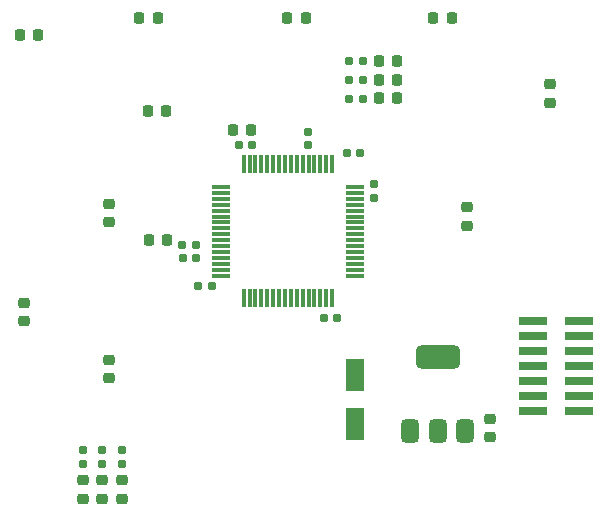
<source format=gbr>
%TF.GenerationSoftware,KiCad,Pcbnew,9.0.0-9.0.0-2~ubuntu24.04.1*%
%TF.CreationDate,2025-03-20T14:05:46+01:00*%
%TF.ProjectId,PCB_main_unit,5043425f-6d61-4696-9e5f-756e69742e6b,rev?*%
%TF.SameCoordinates,Original*%
%TF.FileFunction,Paste,Top*%
%TF.FilePolarity,Positive*%
%FSLAX46Y46*%
G04 Gerber Fmt 4.6, Leading zero omitted, Abs format (unit mm)*
G04 Created by KiCad (PCBNEW 9.0.0-9.0.0-2~ubuntu24.04.1) date 2025-03-20 14:05:46*
%MOMM*%
%LPD*%
G01*
G04 APERTURE LIST*
G04 Aperture macros list*
%AMRoundRect*
0 Rectangle with rounded corners*
0 $1 Rounding radius*
0 $2 $3 $4 $5 $6 $7 $8 $9 X,Y pos of 4 corners*
0 Add a 4 corners polygon primitive as box body*
4,1,4,$2,$3,$4,$5,$6,$7,$8,$9,$2,$3,0*
0 Add four circle primitives for the rounded corners*
1,1,$1+$1,$2,$3*
1,1,$1+$1,$4,$5*
1,1,$1+$1,$6,$7*
1,1,$1+$1,$8,$9*
0 Add four rect primitives between the rounded corners*
20,1,$1+$1,$2,$3,$4,$5,0*
20,1,$1+$1,$4,$5,$6,$7,0*
20,1,$1+$1,$6,$7,$8,$9,0*
20,1,$1+$1,$8,$9,$2,$3,0*%
G04 Aperture macros list end*
%ADD10RoundRect,0.155000X-0.212500X-0.155000X0.212500X-0.155000X0.212500X0.155000X-0.212500X0.155000X0*%
%ADD11RoundRect,0.225000X-0.225000X-0.250000X0.225000X-0.250000X0.225000X0.250000X-0.225000X0.250000X0*%
%ADD12RoundRect,0.218750X0.256250X-0.218750X0.256250X0.218750X-0.256250X0.218750X-0.256250X-0.218750X0*%
%ADD13RoundRect,0.155000X0.155000X-0.212500X0.155000X0.212500X-0.155000X0.212500X-0.155000X-0.212500X0*%
%ADD14RoundRect,0.155000X0.212500X0.155000X-0.212500X0.155000X-0.212500X-0.155000X0.212500X-0.155000X0*%
%ADD15RoundRect,0.250000X-0.550000X1.137500X-0.550000X-1.137500X0.550000X-1.137500X0.550000X1.137500X0*%
%ADD16RoundRect,0.225000X0.250000X-0.225000X0.250000X0.225000X-0.250000X0.225000X-0.250000X-0.225000X0*%
%ADD17RoundRect,0.225000X0.225000X0.250000X-0.225000X0.250000X-0.225000X-0.250000X0.225000X-0.250000X0*%
%ADD18RoundRect,0.375000X0.375000X-0.625000X0.375000X0.625000X-0.375000X0.625000X-0.375000X-0.625000X0*%
%ADD19RoundRect,0.500000X1.400000X-0.500000X1.400000X0.500000X-1.400000X0.500000X-1.400000X-0.500000X0*%
%ADD20RoundRect,0.075000X-0.075000X0.700000X-0.075000X-0.700000X0.075000X-0.700000X0.075000X0.700000X0*%
%ADD21RoundRect,0.075000X-0.700000X0.075000X-0.700000X-0.075000X0.700000X-0.075000X0.700000X0.075000X0*%
%ADD22RoundRect,0.218750X0.218750X0.256250X-0.218750X0.256250X-0.218750X-0.256250X0.218750X-0.256250X0*%
%ADD23RoundRect,0.160000X-0.160000X0.197500X-0.160000X-0.197500X0.160000X-0.197500X0.160000X0.197500X0*%
%ADD24RoundRect,0.225000X-0.250000X0.225000X-0.250000X-0.225000X0.250000X-0.225000X0.250000X0.225000X0*%
%ADD25RoundRect,0.160000X-0.197500X-0.160000X0.197500X-0.160000X0.197500X0.160000X-0.197500X0.160000X0*%
%ADD26R,2.400000X0.740000*%
G04 APERTURE END LIST*
D10*
%TO.C,C4*%
X143657500Y-101450000D03*
X144792500Y-101450000D03*
%TD*%
D11*
%TO.C,C20*%
X147787500Y-90700000D03*
X149337500Y-90700000D03*
%TD*%
D12*
%TO.C,D1*%
X133800000Y-131375000D03*
X133800000Y-129800000D03*
%TD*%
D13*
%TO.C,C8*%
X149525000Y-101450000D03*
X149525000Y-100315000D03*
%TD*%
D11*
%TO.C,C13*%
X125125000Y-92100000D03*
X126675000Y-92100000D03*
%TD*%
D12*
%TO.C,D3*%
X130500000Y-131375000D03*
X130500000Y-129800000D03*
%TD*%
D11*
%TO.C,C19*%
X135950000Y-98550000D03*
X137500000Y-98550000D03*
%TD*%
D14*
%TO.C,C5*%
X151992500Y-116050000D03*
X150857500Y-116050000D03*
%TD*%
D15*
%TO.C,C2*%
X153500000Y-120937500D03*
X153500000Y-125062500D03*
%TD*%
D16*
%TO.C,C16*%
X125500000Y-116375000D03*
X125500000Y-114825000D03*
%TD*%
D17*
%TO.C,C6*%
X137625000Y-109500000D03*
X136075000Y-109500000D03*
%TD*%
D18*
%TO.C,U3*%
X158200000Y-125650000D03*
X160500000Y-125650000D03*
D19*
X160500000Y-119350000D03*
D18*
X162800000Y-125650000D03*
%TD*%
D12*
%TO.C,D2*%
X132100000Y-131375000D03*
X132100000Y-129800000D03*
%TD*%
D17*
%TO.C,C22*%
X161700000Y-90700000D03*
X160150000Y-90700000D03*
%TD*%
D16*
%TO.C,C14*%
X132700000Y-108000000D03*
X132700000Y-106450000D03*
%TD*%
D13*
%TO.C,C9*%
X155125000Y-105917500D03*
X155125000Y-104782500D03*
%TD*%
D10*
%TO.C,C11*%
X152832500Y-102100000D03*
X153967500Y-102100000D03*
%TD*%
D14*
%TO.C,C12*%
X140067500Y-111000000D03*
X138932500Y-111000000D03*
%TD*%
D16*
%TO.C,C1*%
X164900000Y-126150000D03*
X164900000Y-124600000D03*
%TD*%
D20*
%TO.C,U2*%
X151575000Y-103075000D03*
X151075000Y-103075000D03*
X150575000Y-103075000D03*
X150075000Y-103075000D03*
X149575000Y-103075000D03*
X149075000Y-103075000D03*
X148575000Y-103075000D03*
X148075000Y-103075000D03*
X147575000Y-103075000D03*
X147075000Y-103075000D03*
X146575000Y-103075000D03*
X146075000Y-103075000D03*
X145575000Y-103075000D03*
X145075000Y-103075000D03*
X144575000Y-103075000D03*
X144075000Y-103075000D03*
D21*
X142150000Y-105000000D03*
X142150000Y-105500000D03*
X142150000Y-106000000D03*
X142150000Y-106500000D03*
X142150000Y-107000000D03*
X142150000Y-107500000D03*
X142150000Y-108000000D03*
X142150000Y-108500000D03*
X142150000Y-109000000D03*
X142150000Y-109500000D03*
X142150000Y-110000000D03*
X142150000Y-110500000D03*
X142150000Y-111000000D03*
X142150000Y-111500000D03*
X142150000Y-112000000D03*
X142150000Y-112500000D03*
D20*
X144075000Y-114425000D03*
X144575000Y-114425000D03*
X145075000Y-114425000D03*
X145575000Y-114425000D03*
X146075000Y-114425000D03*
X146575000Y-114425000D03*
X147075000Y-114425000D03*
X147575000Y-114425000D03*
X148075000Y-114425000D03*
X148575000Y-114425000D03*
X149075000Y-114425000D03*
X149575000Y-114425000D03*
X150075000Y-114425000D03*
X150575000Y-114425000D03*
X151075000Y-114425000D03*
X151575000Y-114425000D03*
D21*
X153500000Y-112500000D03*
X153500000Y-112000000D03*
X153500000Y-111500000D03*
X153500000Y-111000000D03*
X153500000Y-110500000D03*
X153500000Y-110000000D03*
X153500000Y-109500000D03*
X153500000Y-109000000D03*
X153500000Y-108500000D03*
X153500000Y-108000000D03*
X153500000Y-107500000D03*
X153500000Y-107000000D03*
X153500000Y-106500000D03*
X153500000Y-106000000D03*
X153500000Y-105500000D03*
X153500000Y-105000000D03*
%TD*%
D22*
%TO.C,D6*%
X157087500Y-94300000D03*
X155512500Y-94300000D03*
%TD*%
%TO.C,D5*%
X157075000Y-95900000D03*
X155500000Y-95900000D03*
%TD*%
D23*
%TO.C,R2*%
X132100000Y-127290000D03*
X132100000Y-128485000D03*
%TD*%
D11*
%TO.C,C21*%
X135250000Y-90700000D03*
X136800000Y-90700000D03*
%TD*%
D22*
%TO.C,D4*%
X157087500Y-97500000D03*
X155512500Y-97500000D03*
%TD*%
D14*
%TO.C,C10*%
X140035000Y-109900000D03*
X138900000Y-109900000D03*
%TD*%
D24*
%TO.C,C15*%
X132700000Y-119625000D03*
X132700000Y-121175000D03*
%TD*%
D16*
%TO.C,C18*%
X170000000Y-97850000D03*
X170000000Y-96300000D03*
%TD*%
D25*
%TO.C,R4*%
X153005000Y-97510000D03*
X154200000Y-97510000D03*
%TD*%
D14*
%TO.C,C7*%
X141367500Y-113400000D03*
X140232500Y-113400000D03*
%TD*%
D24*
%TO.C,C17*%
X163000000Y-106725000D03*
X163000000Y-108275000D03*
%TD*%
D23*
%TO.C,R3*%
X130500000Y-127290000D03*
X130500000Y-128485000D03*
%TD*%
%TO.C,R1*%
X133800000Y-127290000D03*
X133800000Y-128485000D03*
%TD*%
D25*
%TO.C,R6*%
X153005000Y-94290000D03*
X154200000Y-94290000D03*
%TD*%
%TO.C,R5*%
X152992500Y-95900000D03*
X154187500Y-95900000D03*
%TD*%
D26*
%TO.C,J14*%
X172450000Y-124000000D03*
X168550000Y-124000000D03*
X172450000Y-122730000D03*
X168550000Y-122730000D03*
X172450000Y-121460000D03*
X168550000Y-121460000D03*
X172450000Y-120190000D03*
X168550000Y-120190000D03*
X172450000Y-118920000D03*
X168550000Y-118920000D03*
X172450000Y-117650000D03*
X168550000Y-117650000D03*
X172450000Y-116380000D03*
X168550000Y-116380000D03*
%TD*%
D11*
%TO.C,C3*%
X143175000Y-100200000D03*
X144725000Y-100200000D03*
%TD*%
M02*

</source>
